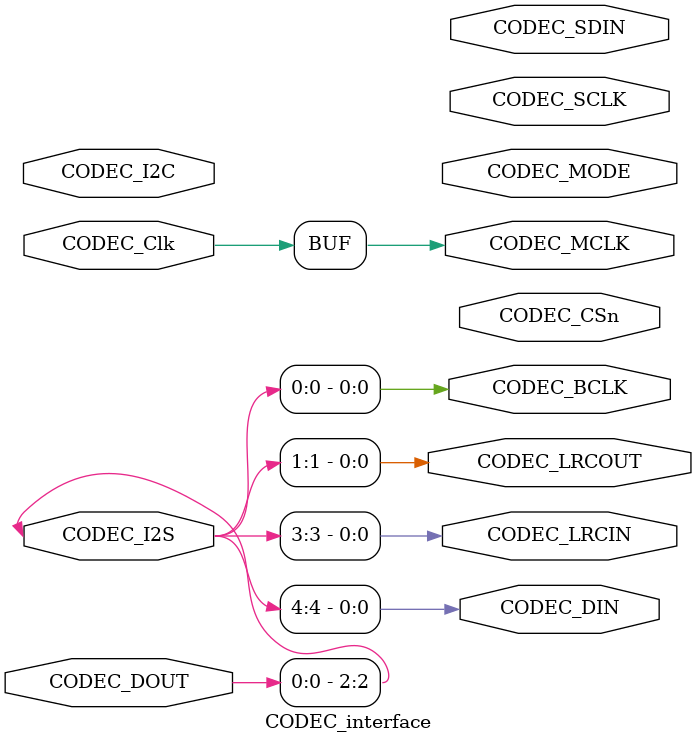
<source format=v>
module CODEC_interface (
	// Pins
	output	CODEC_CSn,
	output	CODEC_MODE,
	output	CODEC_SDIN,
	output	CODEC_SCLK,
	output	CODEC_DIN,
	input	CODEC_DOUT,
	output	CODEC_LRCIN,
	output	CODEC_LRCOUT,
	output	CODEC_BCLK,
	output	CODEC_MCLK,
	// Wires
	inout	[4:0] CODEC_I2S,	// I2S[SDIN, WSIN, SDOUT, WSOUT, SCK]
	input	[1:0] CODEC_I2C,	// I2C[SDIN, SCLK]
	input	CODEC_Clk			// Master clock
	);
	
	// Wire-up I2S TCVR bus
	assign CODEC_DIN    = CODEC_I2S[4];
	assign CODEC_LRCIN  = CODEC_I2S[3];
	assign CODEC_I2S[2] = CODEC_DOUT;
	assign CODEC_LRCOUT = CODEC_I2S[1];
	assign CODEC_BCLK   = CODEC_I2S[0];
	// Wire-up Master clock
	assign CODEC_MCLK = CODEC_Clk;

	// Instantiate TLV320AIC23B reset circuitry.
	// TLV320AIC23B_reset CODEC_reset (CODEC_I2C, 
	// 		CODEC_SDIN, CODEC_SCLK, CODEC_CSn, CODEC_MODE);
	
endmodule

</source>
